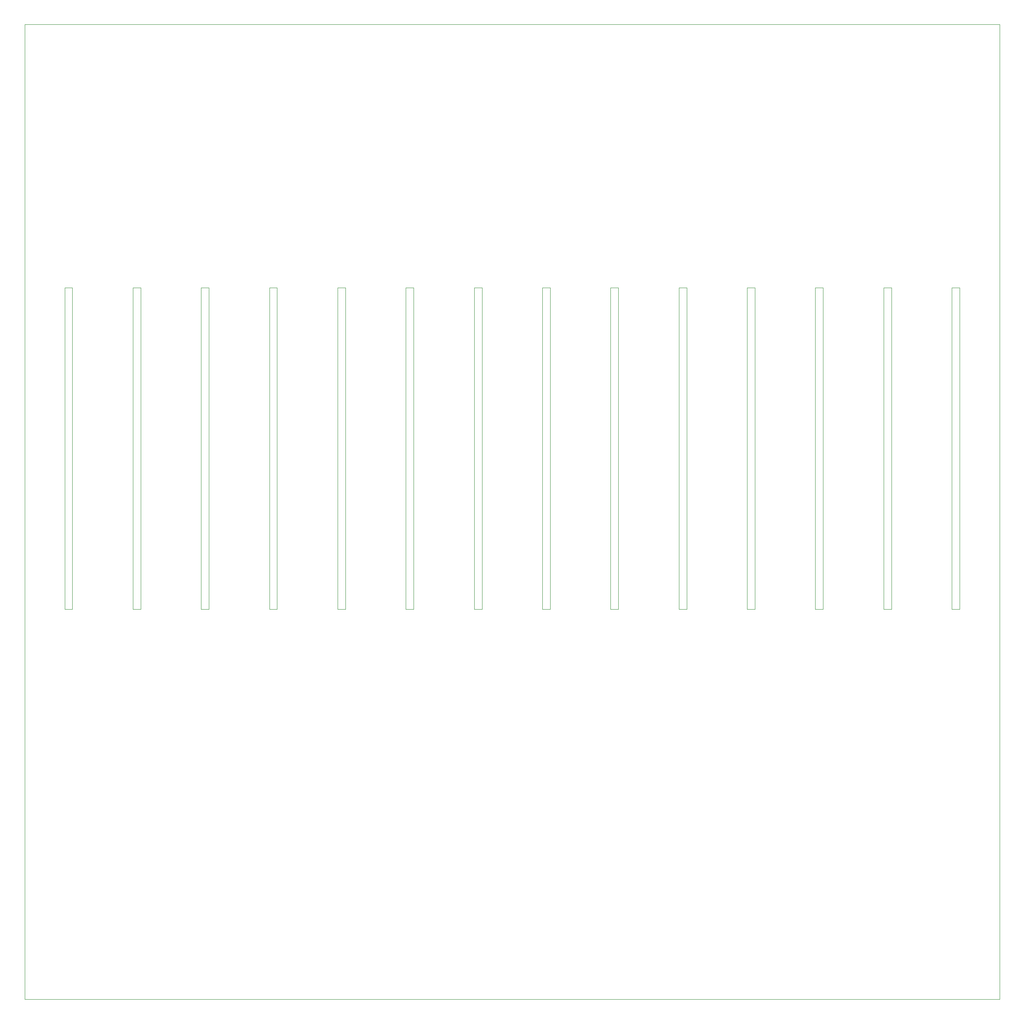
<source format=gbr>
G04 #@! TF.GenerationSoftware,KiCad,Pcbnew,5.1.10-88a1d61d58~90~ubuntu20.04.1*
G04 #@! TF.CreationDate,2021-09-18T22:03:32-04:00*
G04 #@! TF.ProjectId,ysFFB-panel,79734646-422d-4706-916e-656c2e6b6963,rev?*
G04 #@! TF.SameCoordinates,Original*
G04 #@! TF.FileFunction,Profile,NP*
%FSLAX46Y46*%
G04 Gerber Fmt 4.6, Leading zero omitted, Abs format (unit mm)*
G04 Created by KiCad (PCBNEW 5.1.10-88a1d61d58~90~ubuntu20.04.1) date 2021-09-18 22:03:32*
%MOMM*%
%LPD*%
G01*
G04 APERTURE LIST*
G04 #@! TA.AperFunction,Profile*
%ADD10C,0.100000*%
G04 #@! TD*
G04 APERTURE END LIST*
D10*
X93800000Y-54000000D02*
X93800000Y-120000000D01*
X190200000Y-120000000D02*
X190200000Y-54000000D01*
X191800000Y-54000000D02*
X191800000Y-120000000D01*
X191800000Y-120000000D02*
X190200000Y-120000000D01*
X190200000Y-54000000D02*
X191800000Y-54000000D01*
X176200000Y-54000000D02*
X177800000Y-54000000D01*
X176200000Y-120000000D02*
X176200000Y-54000000D01*
X177800000Y-120000000D02*
X176200000Y-120000000D01*
X177800000Y-54000000D02*
X177800000Y-120000000D01*
X162200000Y-120000000D02*
X162200000Y-54000000D01*
X163800000Y-120000000D02*
X162200000Y-120000000D01*
X162200000Y-54000000D02*
X163800000Y-54000000D01*
X163800000Y-54000000D02*
X163800000Y-120000000D01*
X148200000Y-54000000D02*
X149800000Y-54000000D01*
X148200000Y-120000000D02*
X148200000Y-54000000D01*
X149800000Y-120000000D02*
X148200000Y-120000000D01*
X149800000Y-54000000D02*
X149800000Y-120000000D01*
X134200000Y-54000000D02*
X135800000Y-54000000D01*
X134200000Y-120000000D02*
X134200000Y-54000000D01*
X135800000Y-54000000D02*
X135800000Y-120000000D01*
X135800000Y-120000000D02*
X134200000Y-120000000D01*
X120200000Y-120000000D02*
X120200000Y-54000000D01*
X121800000Y-54000000D02*
X121800000Y-120000000D01*
X121800000Y-120000000D02*
X120200000Y-120000000D01*
X120200000Y-54000000D02*
X121800000Y-54000000D01*
X106200000Y-120000000D02*
X106200000Y-54000000D01*
X107800000Y-54000000D02*
X107800000Y-120000000D01*
X106200000Y-54000000D02*
X107800000Y-54000000D01*
X107800000Y-120000000D02*
X106200000Y-120000000D01*
X92200000Y-120000000D02*
X92200000Y-54000000D01*
X93800000Y-120000000D02*
X92200000Y-120000000D01*
X92200000Y-54000000D02*
X93800000Y-54000000D01*
X78200000Y-54000000D02*
X79800000Y-54000000D01*
X79800000Y-54000000D02*
X79800000Y-120000000D01*
X78200000Y-120000000D02*
X78200000Y-54000000D01*
X79800000Y-120000000D02*
X78200000Y-120000000D01*
X65800000Y-120000000D02*
X64200000Y-120000000D01*
X64200000Y-54000000D02*
X65800000Y-54000000D01*
X64200000Y-120000000D02*
X64200000Y-54000000D01*
X65800000Y-54000000D02*
X65800000Y-120000000D01*
X51800000Y-120000000D02*
X50200000Y-120000000D01*
X51800000Y-54000000D02*
X51800000Y-120000000D01*
X50200000Y-120000000D02*
X50200000Y-54000000D01*
X50200000Y-54000000D02*
X51800000Y-54000000D01*
X37800000Y-54000000D02*
X37800000Y-120000000D01*
X36200000Y-120000000D02*
X36200000Y-54000000D01*
X36200000Y-54000000D02*
X37800000Y-54000000D01*
X37800000Y-120000000D02*
X36200000Y-120000000D01*
X22200000Y-54000000D02*
X23800000Y-54000000D01*
X22200000Y-120000000D02*
X22200000Y-54000000D01*
X23800000Y-54000000D02*
X23800000Y-120000000D01*
X23800000Y-120000000D02*
X22200000Y-120000000D01*
X8200000Y-120000000D02*
X8200000Y-54000000D01*
X9800000Y-120000000D02*
X8200000Y-120000000D01*
X9800000Y-54000000D02*
X9800000Y-120000000D01*
X8200000Y-54000000D02*
X9800000Y-54000000D01*
X200000000Y0D02*
X0Y0D01*
X200000000Y-200000000D02*
X200000000Y0D01*
X0Y-200000000D02*
X200000000Y-200000000D01*
X0Y0D02*
X0Y-200000000D01*
M02*

</source>
